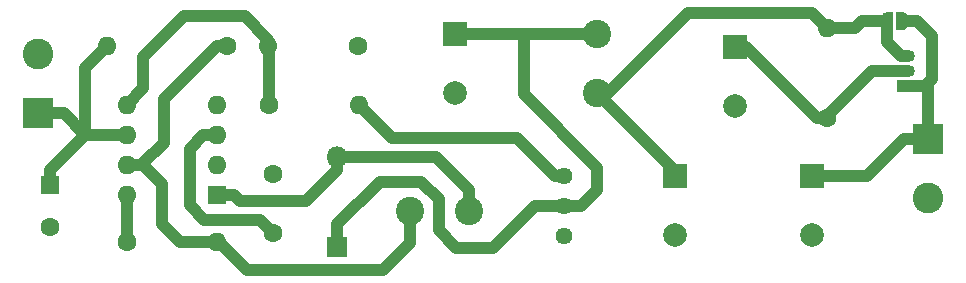
<source format=gtl>
%TF.GenerationSoftware,KiCad,Pcbnew,(5.1.12)-1*%
%TF.CreationDate,2022-12-13T06:14:48+01:00*%
%TF.ProjectId,MC34063_boost,4d433334-3036-4335-9f62-6f6f73742e6b,rev?*%
%TF.SameCoordinates,Original*%
%TF.FileFunction,Copper,L1,Top*%
%TF.FilePolarity,Positive*%
%FSLAX46Y46*%
G04 Gerber Fmt 4.6, Leading zero omitted, Abs format (unit mm)*
G04 Created by KiCad (PCBNEW (5.1.12)-1) date 2022-12-13 06:14:48*
%MOMM*%
%LPD*%
G01*
G04 APERTURE LIST*
%TA.AperFunction,ComponentPad*%
%ADD10C,1.600000*%
%TD*%
%TA.AperFunction,ComponentPad*%
%ADD11R,1.800000X1.800000*%
%TD*%
%TA.AperFunction,ComponentPad*%
%ADD12O,1.800000X1.800000*%
%TD*%
%TA.AperFunction,ComponentPad*%
%ADD13C,2.600000*%
%TD*%
%TA.AperFunction,ComponentPad*%
%ADD14R,2.600000X2.600000*%
%TD*%
%TA.AperFunction,SMDPad,CuDef*%
%ADD15C,0.100000*%
%TD*%
%TA.AperFunction,ComponentPad*%
%ADD16C,2.400000*%
%TD*%
%TA.AperFunction,ComponentPad*%
%ADD17O,1.500000X1.050000*%
%TD*%
%TA.AperFunction,ComponentPad*%
%ADD18R,1.500000X1.050000*%
%TD*%
%TA.AperFunction,ComponentPad*%
%ADD19O,1.600000X1.600000*%
%TD*%
%TA.AperFunction,ComponentPad*%
%ADD20C,1.440000*%
%TD*%
%TA.AperFunction,ComponentPad*%
%ADD21R,1.600000X1.600000*%
%TD*%
%TA.AperFunction,ComponentPad*%
%ADD22R,2.000000X2.000000*%
%TD*%
%TA.AperFunction,ComponentPad*%
%ADD23C,2.000000*%
%TD*%
%TA.AperFunction,Conductor*%
%ADD24C,1.000000*%
%TD*%
G04 APERTURE END LIST*
D10*
%TO.P,C2,1*%
%TO.N,Net-(C2-Pad1)*%
X72400000Y-78800000D03*
%TO.P,C2,2*%
%TO.N,GND*%
X72400000Y-73800000D03*
%TD*%
D11*
%TO.P,D1,1*%
%TO.N,Net-(C3-Pad1)*%
X77800000Y-80000000D03*
D12*
%TO.P,D1,2*%
%TO.N,Net-(D1-Pad2)*%
X77800000Y-72380000D03*
%TD*%
D13*
%TO.P,J1,2*%
%TO.N,GND*%
X52500000Y-63700000D03*
D14*
%TO.P,J1,1*%
%TO.N,Net-(C1-Pad1)*%
X52500000Y-68700000D03*
%TD*%
%TO.P,J2,1*%
%TO.N,Net-(C6-Pad1)*%
X127800000Y-70900000D03*
D13*
%TO.P,J2,2*%
%TO.N,GND*%
X127800000Y-75900000D03*
%TD*%
%TA.AperFunction,SMDPad,CuDef*%
D15*
%TO.P,JP1,1*%
%TO.N,Net-(C4-Pad1)*%
G36*
X124850000Y-61650000D02*
G01*
X124350000Y-61650000D01*
X124350000Y-61649398D01*
X124325466Y-61649398D01*
X124276635Y-61644588D01*
X124228510Y-61635016D01*
X124181555Y-61620772D01*
X124136222Y-61601995D01*
X124092949Y-61578864D01*
X124052150Y-61551604D01*
X124014221Y-61520476D01*
X123979524Y-61485779D01*
X123948396Y-61447850D01*
X123921136Y-61407051D01*
X123898005Y-61363778D01*
X123879228Y-61318445D01*
X123864984Y-61271490D01*
X123855412Y-61223365D01*
X123850602Y-61174534D01*
X123850602Y-61150000D01*
X123850000Y-61150000D01*
X123850000Y-60650000D01*
X123850602Y-60650000D01*
X123850602Y-60625466D01*
X123855412Y-60576635D01*
X123864984Y-60528510D01*
X123879228Y-60481555D01*
X123898005Y-60436222D01*
X123921136Y-60392949D01*
X123948396Y-60352150D01*
X123979524Y-60314221D01*
X124014221Y-60279524D01*
X124052150Y-60248396D01*
X124092949Y-60221136D01*
X124136222Y-60198005D01*
X124181555Y-60179228D01*
X124228510Y-60164984D01*
X124276635Y-60155412D01*
X124325466Y-60150602D01*
X124350000Y-60150602D01*
X124350000Y-60150000D01*
X124850000Y-60150000D01*
X124850000Y-61650000D01*
G37*
%TD.AperFunction*%
%TA.AperFunction,SMDPad,CuDef*%
%TO.P,JP1,2*%
%TO.N,Net-(C6-Pad1)*%
G36*
X125650000Y-60150602D02*
G01*
X125674534Y-60150602D01*
X125723365Y-60155412D01*
X125771490Y-60164984D01*
X125818445Y-60179228D01*
X125863778Y-60198005D01*
X125907051Y-60221136D01*
X125947850Y-60248396D01*
X125985779Y-60279524D01*
X126020476Y-60314221D01*
X126051604Y-60352150D01*
X126078864Y-60392949D01*
X126101995Y-60436222D01*
X126120772Y-60481555D01*
X126135016Y-60528510D01*
X126144588Y-60576635D01*
X126149398Y-60625466D01*
X126149398Y-60650000D01*
X126150000Y-60650000D01*
X126150000Y-61150000D01*
X126149398Y-61150000D01*
X126149398Y-61174534D01*
X126144588Y-61223365D01*
X126135016Y-61271490D01*
X126120772Y-61318445D01*
X126101995Y-61363778D01*
X126078864Y-61407051D01*
X126051604Y-61447850D01*
X126020476Y-61485779D01*
X125985779Y-61520476D01*
X125947850Y-61551604D01*
X125907051Y-61578864D01*
X125863778Y-61601995D01*
X125818445Y-61620772D01*
X125771490Y-61635016D01*
X125723365Y-61644588D01*
X125674534Y-61649398D01*
X125650000Y-61649398D01*
X125650000Y-61650000D01*
X125150000Y-61650000D01*
X125150000Y-60150000D01*
X125650000Y-60150000D01*
X125650000Y-60150602D01*
G37*
%TD.AperFunction*%
%TD*%
D16*
%TO.P,L1,1*%
%TO.N,Net-(L1-Pad1)*%
X84000000Y-77000000D03*
%TO.P,L1,2*%
%TO.N,Net-(D1-Pad2)*%
X89000000Y-77000000D03*
%TD*%
%TO.P,L2,2*%
%TO.N,Net-(C4-Pad1)*%
X99800000Y-67000000D03*
%TO.P,L2,1*%
%TO.N,Net-(C3-Pad1)*%
X99800000Y-62000000D03*
%TD*%
D17*
%TO.P,Q1,2*%
%TO.N,Net-(C5-Pad1)*%
X126000000Y-65130000D03*
%TO.P,Q1,3*%
%TO.N,Net-(C4-Pad1)*%
X126000000Y-63860000D03*
D18*
%TO.P,Q1,1*%
%TO.N,Net-(C6-Pad1)*%
X126000000Y-66400000D03*
%TD*%
D10*
%TO.P,R1,1*%
%TO.N,Net-(L1-Pad1)*%
X68500000Y-63000000D03*
D19*
%TO.P,R1,2*%
%TO.N,Net-(C1-Pad1)*%
X58340000Y-63000000D03*
%TD*%
D10*
%TO.P,R2,1*%
%TO.N,GND*%
X79600000Y-63000000D03*
D19*
%TO.P,R2,2*%
%TO.N,Net-(R2-Pad2)*%
X71980000Y-63000000D03*
%TD*%
%TO.P,R3,2*%
%TO.N,Net-(L1-Pad1)*%
X67620000Y-79600000D03*
D10*
%TO.P,R3,1*%
%TO.N,Net-(R3-Pad1)*%
X60000000Y-79600000D03*
%TD*%
%TO.P,R4,1*%
%TO.N,Net-(R2-Pad2)*%
X72000000Y-68000000D03*
D19*
%TO.P,R4,2*%
%TO.N,Net-(R4-Pad2)*%
X79620000Y-68000000D03*
%TD*%
%TO.P,R5,2*%
%TO.N,Net-(C4-Pad1)*%
X119300000Y-61480000D03*
D10*
%TO.P,R5,1*%
%TO.N,Net-(C5-Pad1)*%
X119300000Y-69100000D03*
%TD*%
D20*
%TO.P,RV1,1*%
%TO.N,Net-(R4-Pad2)*%
X97000000Y-74000000D03*
%TO.P,RV1,2*%
%TO.N,Net-(C3-Pad1)*%
X97000000Y-76540000D03*
%TO.P,RV1,3*%
%TO.N,N/C*%
X97000000Y-79080000D03*
%TD*%
D21*
%TO.P,U1,1*%
%TO.N,Net-(D1-Pad2)*%
X67600000Y-75600000D03*
D19*
%TO.P,U1,5*%
%TO.N,Net-(R2-Pad2)*%
X59980000Y-67980000D03*
%TO.P,U1,2*%
%TO.N,GND*%
X67600000Y-73060000D03*
%TO.P,U1,6*%
%TO.N,Net-(C1-Pad1)*%
X59980000Y-70520000D03*
%TO.P,U1,3*%
%TO.N,Net-(C2-Pad1)*%
X67600000Y-70520000D03*
%TO.P,U1,7*%
%TO.N,Net-(L1-Pad1)*%
X59980000Y-73060000D03*
%TO.P,U1,4*%
%TO.N,GND*%
X67600000Y-67980000D03*
%TO.P,U1,8*%
%TO.N,Net-(R3-Pad1)*%
X59980000Y-75600000D03*
%TD*%
D22*
%TO.P,C3,1*%
%TO.N,Net-(C3-Pad1)*%
X87800000Y-62000000D03*
D23*
%TO.P,C3,2*%
%TO.N,GND*%
X87800000Y-67000000D03*
%TD*%
%TO.P,C4,2*%
%TO.N,GND*%
X106400000Y-79000000D03*
D22*
%TO.P,C4,1*%
%TO.N,Net-(C4-Pad1)*%
X106400000Y-74000000D03*
%TD*%
D23*
%TO.P,C5,2*%
%TO.N,GND*%
X111500000Y-68100000D03*
D22*
%TO.P,C5,1*%
%TO.N,Net-(C5-Pad1)*%
X111500000Y-63100000D03*
%TD*%
%TO.P,C6,1*%
%TO.N,Net-(C6-Pad1)*%
X118000000Y-74000000D03*
D23*
%TO.P,C6,2*%
%TO.N,GND*%
X118000000Y-79000000D03*
%TD*%
D21*
%TO.P,C1,1*%
%TO.N,Net-(C1-Pad1)*%
X53500000Y-74800000D03*
D10*
%TO.P,C1,2*%
%TO.N,GND*%
X53500000Y-78300000D03*
%TD*%
D24*
%TO.N,Net-(C1-Pad1)*%
X53800000Y-73200000D02*
X56480000Y-70520000D01*
X56480000Y-64860000D02*
X58340000Y-63000000D01*
X56480000Y-70520000D02*
X56480000Y-64860000D01*
X54660000Y-68700000D02*
X56480000Y-70520000D01*
X52500000Y-68700000D02*
X54660000Y-68700000D01*
X53500000Y-73500000D02*
X53800000Y-73200000D01*
X56480000Y-70520000D02*
X59980000Y-70520000D01*
X53500000Y-74800000D02*
X53500000Y-73500000D01*
%TO.N,Net-(C2-Pad1)*%
X67600000Y-70520000D02*
X66480000Y-70520000D01*
X66480000Y-70520000D02*
X65300000Y-71700000D01*
X65300000Y-76500000D02*
X66500000Y-77700000D01*
X65300000Y-71700000D02*
X65300000Y-76500000D01*
X66500000Y-77700000D02*
X71300000Y-77700000D01*
X71300000Y-77700000D02*
X72400000Y-78800000D01*
%TO.N,Net-(C3-Pad1)*%
X81400000Y-74500000D02*
X84900000Y-74500000D01*
X84900000Y-74500000D02*
X86400000Y-76000000D01*
X86400000Y-76000000D02*
X86400000Y-78600000D01*
X86400000Y-78600000D02*
X87900000Y-80100000D01*
X87900000Y-80100000D02*
X91000000Y-80100000D01*
X94560000Y-76540000D02*
X97000000Y-76540000D01*
X91000000Y-80100000D02*
X94560000Y-76540000D01*
X97000000Y-76540000D02*
X98460000Y-76540000D01*
X98460000Y-76540000D02*
X99800000Y-75200000D01*
X99800000Y-75200000D02*
X99800000Y-73300000D01*
X99800000Y-73300000D02*
X93600000Y-67100000D01*
X77800000Y-78100000D02*
X81400000Y-74500000D01*
X77800000Y-80000000D02*
X77800000Y-78100000D01*
X93600000Y-67100000D02*
X93600000Y-62000000D01*
X93600000Y-62000000D02*
X99800000Y-62000000D01*
X87800000Y-62000000D02*
X93600000Y-62000000D01*
%TO.N,Net-(C4-Pad1)*%
X99800000Y-67000000D02*
X100700000Y-67000000D01*
X100700000Y-67000000D02*
X107500000Y-60200000D01*
X118020000Y-60200000D02*
X119300000Y-61480000D01*
X107500000Y-60200000D02*
X118020000Y-60200000D01*
X119300000Y-61480000D02*
X121620000Y-61480000D01*
X122200000Y-60900000D02*
X124350000Y-60900000D01*
X121620000Y-61480000D02*
X122200000Y-60900000D01*
X126000000Y-63860000D02*
X125560000Y-63860000D01*
X124350000Y-62650000D02*
X124350000Y-60900000D01*
X125560000Y-63860000D02*
X124350000Y-62650000D01*
X106400000Y-73600000D02*
X99800000Y-67000000D01*
X106400000Y-74000000D02*
X106400000Y-73600000D01*
%TO.N,Net-(C5-Pad1)*%
X119300000Y-69100000D02*
X119300000Y-68900000D01*
X123070000Y-65130000D02*
X126000000Y-65130000D01*
X119300000Y-68900000D02*
X123070000Y-65130000D01*
X119300000Y-69100000D02*
X118400000Y-69100000D01*
X112400000Y-63100000D02*
X111500000Y-63100000D01*
X118400000Y-69100000D02*
X112400000Y-63100000D01*
%TO.N,Net-(C6-Pad1)*%
X125650000Y-60900000D02*
X126900000Y-60900000D01*
X126900000Y-60900000D02*
X128200000Y-62200000D01*
X128200000Y-62200000D02*
X128200000Y-65800000D01*
X127600000Y-66400000D02*
X126000000Y-66400000D01*
X128200000Y-65800000D02*
X127600000Y-66400000D01*
X127800000Y-66600000D02*
X127600000Y-66400000D01*
X127800000Y-70900000D02*
X127800000Y-66600000D01*
X127800000Y-70900000D02*
X125800000Y-70900000D01*
X122700000Y-74000000D02*
X118000000Y-74000000D01*
X125800000Y-70900000D02*
X122700000Y-74000000D01*
%TO.N,Net-(D1-Pad2)*%
X67600000Y-75600000D02*
X69100000Y-75600000D01*
X69100000Y-75600000D02*
X69600000Y-76100000D01*
X69600000Y-76100000D02*
X75200000Y-76100000D01*
X75200000Y-76100000D02*
X77800000Y-73500000D01*
X77800000Y-73500000D02*
X77800000Y-72380000D01*
X77800000Y-72380000D02*
X86180000Y-72380000D01*
X86180000Y-72380000D02*
X89000000Y-75200000D01*
X89000000Y-75200000D02*
X89000000Y-77000000D01*
%TO.N,Net-(L1-Pad1)*%
X61360000Y-73060000D02*
X61360000Y-72940000D01*
X61360000Y-72940000D02*
X63100000Y-71200000D01*
X63100000Y-71200000D02*
X63100000Y-67500000D01*
X67600000Y-63000000D02*
X68500000Y-63000000D01*
X63100000Y-67500000D02*
X67600000Y-63000000D01*
X61360000Y-73060000D02*
X59980000Y-73060000D01*
X67620000Y-79600000D02*
X64500000Y-79600000D01*
X64500000Y-79600000D02*
X63000000Y-78100000D01*
X63000000Y-78100000D02*
X63000000Y-74700000D01*
X63000000Y-74700000D02*
X61360000Y-73060000D01*
X67620000Y-79600000D02*
X67800000Y-79600000D01*
X67800000Y-79600000D02*
X70200000Y-82000000D01*
X70200000Y-82000000D02*
X81700000Y-82000000D01*
X84000000Y-79700000D02*
X84000000Y-77000000D01*
X81700000Y-82000000D02*
X84000000Y-79700000D01*
%TO.N,Net-(R2-Pad2)*%
X72000000Y-63020000D02*
X71980000Y-63000000D01*
X72000000Y-68000000D02*
X72000000Y-63020000D01*
X71980000Y-63000000D02*
X71980000Y-62480000D01*
X71980000Y-62480000D02*
X70000000Y-60500000D01*
X70000000Y-60500000D02*
X64800000Y-60500000D01*
X61400000Y-63900000D02*
X61400000Y-66560000D01*
X64800000Y-60500000D02*
X61400000Y-63900000D01*
X61400000Y-66560000D02*
X59980000Y-67980000D01*
%TO.N,Net-(R3-Pad1)*%
X60000000Y-75620000D02*
X59980000Y-75600000D01*
X60000000Y-79600000D02*
X60000000Y-75620000D01*
%TO.N,Net-(R4-Pad2)*%
X97000000Y-74000000D02*
X96200000Y-74000000D01*
X96200000Y-74000000D02*
X93000000Y-70800000D01*
X82420000Y-70800000D02*
X79620000Y-68000000D01*
X93000000Y-70800000D02*
X82420000Y-70800000D01*
%TD*%
M02*

</source>
